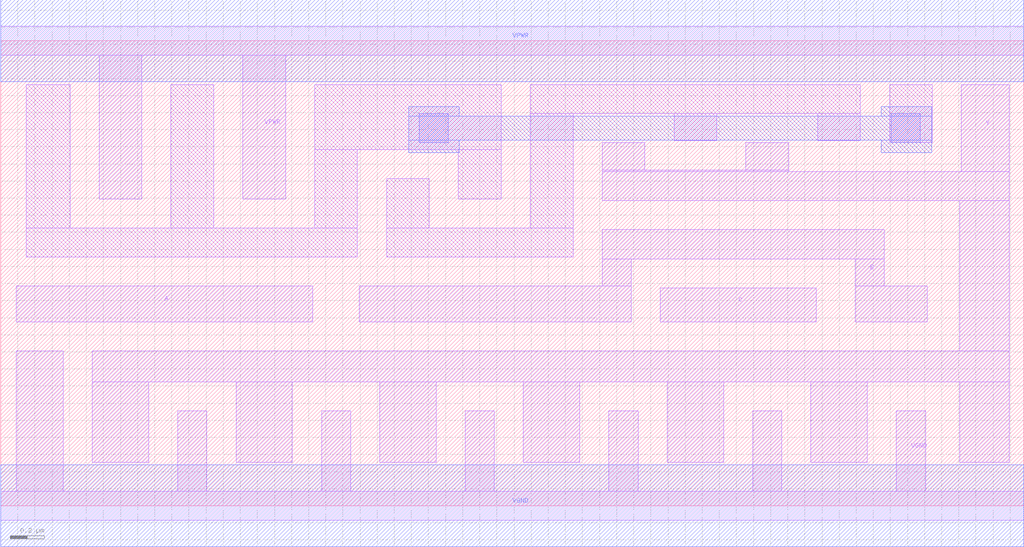
<source format=lef>
# Copyright 2020 The SkyWater PDK Authors
#
# Licensed under the Apache License, Version 2.0 (the "License");
# you may not use this file except in compliance with the License.
# You may obtain a copy of the License at
#
#     https://www.apache.org/licenses/LICENSE-2.0
#
# Unless required by applicable law or agreed to in writing, software
# distributed under the License is distributed on an "AS IS" BASIS,
# WITHOUT WARRANTIES OR CONDITIONS OF ANY KIND, either express or implied.
# See the License for the specific language governing permissions and
# limitations under the License.
#
# SPDX-License-Identifier: Apache-2.0

VERSION 5.5 ;
NAMESCASESENSITIVE ON ;
BUSBITCHARS "[]" ;
DIVIDERCHAR "/" ;
MACRO sky130_fd_sc_hd__nor3_4
  CLASS CORE ;
  SOURCE USER ;
  ORIGIN  0.000000  0.000000 ;
  SIZE  5.980000 BY  2.720000 ;
  SYMMETRY X Y R90 ;
  SITE unithd ;
  PIN A
    ANTENNAGATEAREA  0.990000 ;
    DIRECTION INPUT ;
    USE SIGNAL ;
    PORT
      LAYER li1 ;
        RECT 0.090000 1.075000 1.825000 1.285000 ;
    END
  END A
  PIN B
    ANTENNAGATEAREA  0.990000 ;
    DIRECTION INPUT ;
    USE SIGNAL ;
    PORT
      LAYER li1 ;
        RECT 2.095000 1.075000 3.685000 1.285000 ;
        RECT 3.515000 1.285000 3.685000 1.445000 ;
        RECT 3.515000 1.445000 5.165000 1.615000 ;
        RECT 4.995000 1.075000 5.415000 1.285000 ;
        RECT 4.995000 1.285000 5.165000 1.445000 ;
    END
  END B
  PIN C
    ANTENNAGATEAREA  0.990000 ;
    DIRECTION INPUT ;
    USE SIGNAL ;
    PORT
      LAYER li1 ;
        RECT 3.855000 1.075000 4.765000 1.275000 ;
    END
  END C
  PIN Y
    ANTENNADIFFAREA  1.593000 ;
    DIRECTION OUTPUT ;
    USE SIGNAL ;
    PORT
      LAYER li1 ;
        RECT 0.535000 0.255000 0.865000 0.725000 ;
        RECT 0.535000 0.725000 5.895000 0.905000 ;
        RECT 1.375000 0.255000 1.705000 0.725000 ;
        RECT 2.215000 0.255000 2.545000 0.725000 ;
        RECT 3.055000 0.255000 3.385000 0.725000 ;
        RECT 3.515000 1.785000 5.895000 1.955000 ;
        RECT 3.515000 1.955000 4.605000 1.965000 ;
        RECT 3.515000 1.965000 3.765000 2.125000 ;
        RECT 3.895000 0.255000 4.225000 0.725000 ;
        RECT 4.355000 1.965000 4.605000 2.125000 ;
        RECT 4.735000 0.255000 5.065000 0.725000 ;
        RECT 5.605000 0.255000 5.895000 0.725000 ;
        RECT 5.605000 0.905000 5.895000 1.785000 ;
        RECT 5.615000 1.955000 5.895000 2.465000 ;
    END
  END Y
  PIN VGND
    DIRECTION INOUT ;
    SHAPE ABUTMENT ;
    USE GROUND ;
    PORT
      LAYER li1 ;
        RECT 0.000000 -0.085000 5.980000 0.085000 ;
        RECT 0.090000  0.085000 0.365000 0.905000 ;
        RECT 1.035000  0.085000 1.205000 0.555000 ;
        RECT 1.875000  0.085000 2.045000 0.555000 ;
        RECT 2.715000  0.085000 2.885000 0.555000 ;
        RECT 3.555000  0.085000 3.725000 0.555000 ;
        RECT 4.395000  0.085000 4.565000 0.555000 ;
        RECT 5.235000  0.085000 5.405000 0.555000 ;
    END
    PORT
      LAYER met1 ;
        RECT 0.000000 -0.240000 5.980000 0.240000 ;
    END
  END VGND
  PIN VPWR
    DIRECTION INOUT ;
    SHAPE ABUTMENT ;
    USE POWER ;
    PORT
      LAYER li1 ;
        RECT 0.000000 2.635000 5.980000 2.805000 ;
        RECT 0.575000 1.795000 0.825000 2.635000 ;
        RECT 1.415000 1.795000 1.665000 2.635000 ;
    END
    PORT
      LAYER met1 ;
        RECT 0.000000 2.480000 5.980000 2.960000 ;
    END
  END VPWR
  OBS
    LAYER li1 ;
      RECT 0.150000 1.455000 2.085000 1.625000 ;
      RECT 0.150000 1.625000 0.405000 2.465000 ;
      RECT 0.995000 1.625000 1.245000 2.465000 ;
      RECT 1.835000 1.625000 2.085000 2.085000 ;
      RECT 1.835000 2.085000 2.925000 2.465000 ;
      RECT 2.255000 1.455000 3.345000 1.625000 ;
      RECT 2.255000 1.625000 2.505000 1.915000 ;
      RECT 2.675000 1.795000 2.925000 2.085000 ;
      RECT 3.095000 1.625000 3.345000 2.295000 ;
      RECT 3.095000 2.295000 5.025000 2.465000 ;
      RECT 3.935000 2.135000 4.185000 2.295000 ;
      RECT 4.775000 2.135000 5.025000 2.295000 ;
      RECT 5.195000 2.125000 5.445000 2.465000 ;
    LAYER mcon ;
      RECT 2.445000 2.125000 2.615000 2.295000 ;
      RECT 5.205000 2.125000 5.375000 2.295000 ;
    LAYER met1 ;
      RECT 2.385000 2.065000 2.680000 2.140000 ;
      RECT 2.385000 2.140000 5.440000 2.280000 ;
      RECT 2.385000 2.280000 2.680000 2.335000 ;
      RECT 5.145000 2.065000 5.440000 2.140000 ;
      RECT 5.145000 2.280000 5.440000 2.335000 ;
  END
END sky130_fd_sc_hd__nor3_4
END LIBRARY

</source>
